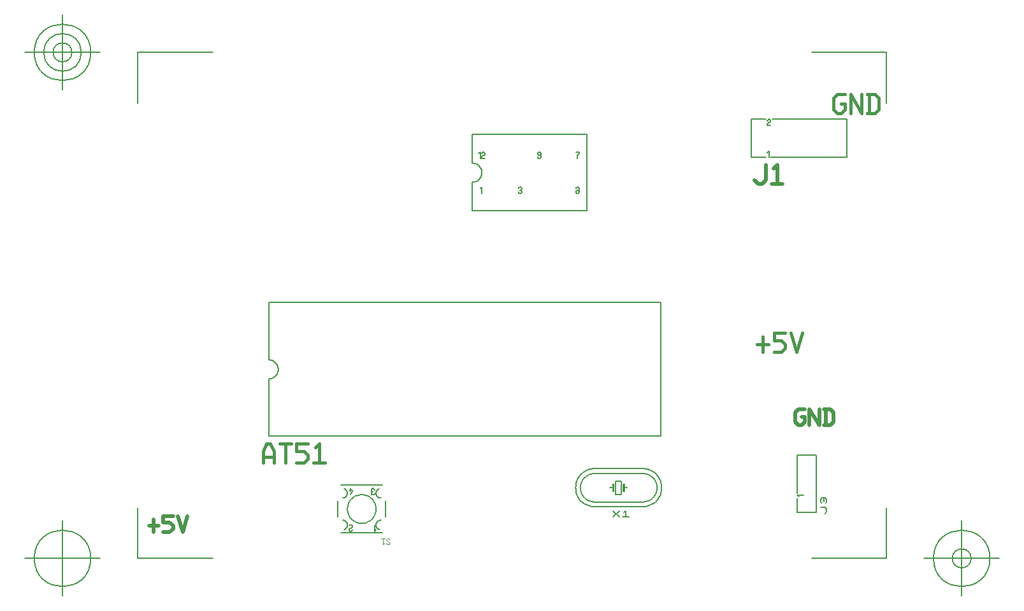
<source format=gbr>
G04 Generated by Ultiboard 14.0 *
%FSLAX34Y34*%
%MOMM*%

%ADD10C,0.0001*%
%ADD11C,0.2032*%
%ADD12C,0.5000*%
%ADD13C,0.1176*%
%ADD14C,0.3889*%
%ADD15C,0.1270*%


G04 ColorRGB FFFF00 for the following layer *
%LNSilkscreen Top*%
%LPD*%
G54D10*
G54D11*
X580531Y126244D02*
X588998Y118685D01*
X580531Y118685D02*
X588998Y126244D01*
X594642Y124732D02*
X597464Y126244D01*
X597464Y118685D01*
X593231Y118685D02*
X601698Y118685D01*
X556472Y132080D02*
X619972Y132080D01*
X556472Y138430D02*
X619972Y138430D01*
X556472Y176530D02*
X619972Y176530D01*
X556472Y182880D02*
X619972Y182880D01*
X584412Y148590D02*
X592032Y148590D01*
X592032Y166370D02*
X584412Y166370D01*
X556472Y182880D02*
X554258Y182783D01*
X552061Y182494D01*
X549898Y182015D01*
X547785Y181348D01*
X545738Y180500D01*
X543772Y179477D01*
X541903Y178286D01*
X540145Y176938D01*
X538511Y175441D01*
X537014Y173807D01*
X535666Y172049D01*
X534475Y170180D01*
X533452Y168215D01*
X532604Y166167D01*
X531937Y164054D01*
X531458Y161891D01*
X531169Y159694D01*
X531072Y157480D01*
X531169Y155266D01*
X531458Y153069D01*
X531937Y150906D01*
X532604Y148793D01*
X533452Y146746D01*
X534475Y144780D01*
X535666Y142911D01*
X537014Y141153D01*
X538511Y139519D01*
X540145Y138022D01*
X541903Y136674D01*
X543772Y135483D01*
X545737Y134460D01*
X547785Y133612D01*
X549898Y132945D01*
X552061Y132466D01*
X554258Y132177D01*
X556472Y132080D01*
X556472Y132080D01*
X556472Y176530D02*
X554812Y176458D01*
X553164Y176241D01*
X551542Y175881D01*
X549957Y175381D01*
X548421Y174745D01*
X546947Y173978D01*
X545545Y173085D01*
X544227Y172073D01*
X543002Y170950D01*
X541879Y169725D01*
X540867Y168407D01*
X539974Y167005D01*
X539207Y165531D01*
X538571Y163995D01*
X538071Y162411D01*
X537711Y160788D01*
X537494Y159140D01*
X537422Y157480D01*
X537494Y155820D01*
X537711Y154172D01*
X538071Y152550D01*
X538571Y150965D01*
X539207Y149429D01*
X539974Y147955D01*
X540867Y146553D01*
X541879Y145235D01*
X543002Y144010D01*
X544227Y142887D01*
X545545Y141875D01*
X546947Y140982D01*
X548421Y140215D01*
X549957Y139579D01*
X551541Y139079D01*
X553164Y138719D01*
X554812Y138502D01*
X556472Y138430D01*
X556472Y138430D01*
X584412Y166370D02*
X584412Y148590D01*
X581872Y152400D02*
X581872Y162560D01*
X580602Y162560D02*
X580602Y152400D01*
X580602Y157480D02*
X576792Y157480D01*
X619972Y132080D02*
X622186Y132177D01*
X624383Y132466D01*
X626546Y132945D01*
X628659Y133612D01*
X630707Y134460D01*
X632672Y135483D01*
X634541Y136674D01*
X636299Y138022D01*
X637933Y139519D01*
X639430Y141153D01*
X640778Y142911D01*
X641969Y144780D01*
X642992Y146745D01*
X643840Y148793D01*
X644507Y150906D01*
X644986Y153069D01*
X645275Y155266D01*
X645372Y157480D01*
X645275Y159694D01*
X644986Y161891D01*
X644507Y164054D01*
X643840Y166167D01*
X642992Y168215D01*
X641969Y170180D01*
X640778Y172049D01*
X639430Y173807D01*
X637933Y175441D01*
X636299Y176938D01*
X634541Y178286D01*
X632672Y179477D01*
X630707Y180500D01*
X628659Y181348D01*
X626546Y182015D01*
X624383Y182494D01*
X622186Y182783D01*
X619972Y182880D01*
X619972Y138430D02*
X621632Y138502D01*
X623280Y138719D01*
X624903Y139079D01*
X626487Y139579D01*
X628023Y140215D01*
X629497Y140982D01*
X630899Y141875D01*
X632217Y142887D01*
X633442Y144010D01*
X634565Y145235D01*
X635577Y146553D01*
X636470Y147955D01*
X637237Y149429D01*
X637873Y150965D01*
X638373Y152549D01*
X638733Y154172D01*
X638950Y155820D01*
X639022Y157480D01*
X638950Y159140D01*
X638733Y160788D01*
X638373Y162411D01*
X637873Y163995D01*
X637237Y165531D01*
X636470Y167005D01*
X635577Y168407D01*
X634565Y169725D01*
X633442Y170950D01*
X632217Y172073D01*
X630899Y173085D01*
X629497Y173978D01*
X628023Y174745D01*
X626487Y175381D01*
X624903Y175881D01*
X623280Y176241D01*
X621632Y176458D01*
X619972Y176530D01*
X592032Y166370D02*
X592032Y148590D01*
X594572Y162560D02*
X594572Y152400D01*
X595842Y162560D02*
X595842Y152400D01*
X595842Y157480D02*
X599652Y157480D01*
X393700Y525780D02*
X546100Y525780D01*
X546100Y627380D02*
X393700Y627380D01*
X393700Y563880D02*
X393700Y525780D01*
X406400Y549063D02*
X406400Y557530D01*
X404283Y555413D01*
X393700Y627380D02*
X393700Y589280D01*
X404283Y595630D02*
X404283Y604097D01*
X402167Y601980D01*
X410633Y595630D02*
X406400Y595630D01*
X406400Y597747D01*
X535517Y555413D02*
X535517Y551180D01*
X484717Y597747D02*
X484717Y601980D01*
X535517Y601980D02*
X533400Y599863D01*
X535517Y604097D02*
X535517Y601980D01*
X533400Y599863D02*
X533400Y595630D01*
X531283Y604097D02*
X535517Y604097D01*
X546100Y525780D02*
X546100Y627380D01*
X457200Y553296D02*
X457384Y553304D01*
X457568Y553328D01*
X457748Y553368D01*
X457924Y553424D01*
X458095Y553495D01*
X458258Y553580D01*
X458414Y553679D01*
X458561Y553792D01*
X458697Y553916D01*
X458821Y554052D01*
X458934Y554199D01*
X459033Y554355D01*
X459118Y554518D01*
X459189Y554689D01*
X459245Y554865D01*
X459285Y555045D01*
X459309Y555229D01*
X459317Y555413D01*
X459309Y555597D01*
X459285Y555781D01*
X459245Y555961D01*
X459189Y556137D01*
X459118Y556308D01*
X459033Y556471D01*
X458934Y556627D01*
X458821Y556774D01*
X458697Y556910D01*
X458561Y557034D01*
X458414Y557147D01*
X458258Y557246D01*
X458095Y557331D01*
X457924Y557402D01*
X457748Y557458D01*
X457568Y557498D01*
X457384Y557522D01*
X457200Y557530D01*
X457016Y557522D01*
X456832Y557498D01*
X456652Y557458D01*
X456476Y557402D01*
X456305Y557331D01*
X456142Y557246D01*
X455986Y557147D01*
X455839Y557034D01*
X455703Y556910D01*
X455579Y556774D01*
X455466Y556627D01*
X455367Y556471D01*
X455282Y556308D01*
X455211Y556137D01*
X455155Y555961D01*
X455115Y555781D01*
X455091Y555597D01*
X455083Y555413D01*
X455083Y551180D02*
X455091Y550996D01*
X455115Y550812D01*
X455155Y550632D01*
X455211Y550456D01*
X455282Y550285D01*
X455367Y550122D01*
X455466Y549966D01*
X455579Y549819D01*
X455703Y549683D01*
X455839Y549559D01*
X455986Y549446D01*
X456142Y549347D01*
X456305Y549262D01*
X456476Y549191D01*
X456652Y549135D01*
X456832Y549095D01*
X457016Y549071D01*
X457200Y549063D01*
X457384Y549071D01*
X457568Y549095D01*
X457748Y549135D01*
X457924Y549191D01*
X458095Y549262D01*
X458258Y549347D01*
X458414Y549446D01*
X458561Y549559D01*
X458697Y549683D01*
X458821Y549819D01*
X458934Y549966D01*
X459033Y550122D01*
X459118Y550285D01*
X459189Y550456D01*
X459245Y550632D01*
X459285Y550812D01*
X459309Y550996D01*
X459317Y551180D01*
X459309Y551364D01*
X459285Y551548D01*
X459245Y551728D01*
X459189Y551904D01*
X459118Y552075D01*
X459033Y552238D01*
X458934Y552394D01*
X458821Y552541D01*
X458697Y552677D01*
X458561Y552801D01*
X458414Y552914D01*
X458258Y553013D01*
X458095Y553098D01*
X457924Y553169D01*
X457748Y553225D01*
X457568Y553265D01*
X457384Y553289D01*
X457200Y553297D01*
X408517Y599863D02*
X408701Y599871D01*
X408885Y599895D01*
X409065Y599935D01*
X409241Y599991D01*
X409412Y600062D01*
X409575Y600147D01*
X409731Y600246D01*
X409878Y600359D01*
X410014Y600483D01*
X410138Y600619D01*
X410251Y600766D01*
X410350Y600922D01*
X410435Y601085D01*
X410506Y601256D01*
X410562Y601432D01*
X410602Y601612D01*
X410626Y601796D01*
X410634Y601980D01*
X410626Y602164D01*
X410602Y602348D01*
X410562Y602528D01*
X410506Y602704D01*
X410435Y602875D01*
X410350Y603038D01*
X410251Y603194D01*
X410138Y603341D01*
X410014Y603477D01*
X409878Y603601D01*
X409731Y603714D01*
X409575Y603813D01*
X409412Y603898D01*
X409241Y603969D01*
X409065Y604025D01*
X408885Y604065D01*
X408701Y604089D01*
X408517Y604097D01*
X408333Y604089D01*
X408149Y604065D01*
X407969Y604025D01*
X407793Y603969D01*
X407622Y603898D01*
X407459Y603813D01*
X407303Y603714D01*
X407156Y603601D01*
X407020Y603477D01*
X406896Y603341D01*
X406783Y603194D01*
X406684Y603038D01*
X406599Y602875D01*
X406528Y602704D01*
X406472Y602528D01*
X406432Y602348D01*
X406408Y602164D01*
X406400Y601980D01*
X408517Y599864D02*
X408333Y599856D01*
X408149Y599832D01*
X407969Y599792D01*
X407793Y599736D01*
X407622Y599665D01*
X407459Y599580D01*
X407303Y599481D01*
X407156Y599368D01*
X407020Y599244D01*
X406896Y599108D01*
X406783Y598961D01*
X406684Y598805D01*
X406599Y598642D01*
X406528Y598471D01*
X406472Y598295D01*
X406432Y598115D01*
X406408Y597931D01*
X406400Y597747D01*
X535517Y555413D02*
X535509Y555597D01*
X535485Y555781D01*
X535445Y555961D01*
X535389Y556137D01*
X535318Y556308D01*
X535233Y556471D01*
X535134Y556627D01*
X535021Y556774D01*
X534897Y556910D01*
X534761Y557034D01*
X534614Y557147D01*
X534458Y557246D01*
X534295Y557331D01*
X534124Y557402D01*
X533948Y557458D01*
X533768Y557498D01*
X533584Y557522D01*
X533400Y557530D01*
X533216Y557522D01*
X533032Y557498D01*
X532852Y557458D01*
X532676Y557402D01*
X532505Y557331D01*
X532342Y557246D01*
X532186Y557147D01*
X532039Y557034D01*
X531903Y556910D01*
X531779Y556774D01*
X531666Y556627D01*
X531567Y556471D01*
X531482Y556308D01*
X531411Y556137D01*
X531355Y555961D01*
X531315Y555781D01*
X531291Y555597D01*
X531283Y555413D01*
X535517Y551180D02*
X535509Y551364D01*
X535485Y551548D01*
X535445Y551728D01*
X535389Y551904D01*
X535318Y552075D01*
X535233Y552238D01*
X535134Y552394D01*
X535021Y552541D01*
X534897Y552677D01*
X534761Y552801D01*
X534614Y552914D01*
X534458Y553013D01*
X534295Y553098D01*
X534124Y553169D01*
X533948Y553225D01*
X533768Y553265D01*
X533584Y553289D01*
X533400Y553297D01*
X533216Y553289D01*
X533032Y553265D01*
X532852Y553225D01*
X532676Y553169D01*
X532505Y553098D01*
X532342Y553013D01*
X532186Y552914D01*
X532039Y552801D01*
X531903Y552677D01*
X531779Y552541D01*
X531666Y552394D01*
X531567Y552238D01*
X531482Y552075D01*
X531411Y551904D01*
X531355Y551728D01*
X531315Y551548D01*
X531291Y551364D01*
X531283Y551180D01*
X531291Y550996D01*
X531315Y550812D01*
X531355Y550632D01*
X531411Y550456D01*
X531482Y550285D01*
X531567Y550122D01*
X531666Y549966D01*
X531779Y549819D01*
X531903Y549683D01*
X532039Y549559D01*
X532186Y549446D01*
X532342Y549347D01*
X532505Y549262D01*
X532676Y549191D01*
X532852Y549135D01*
X533032Y549095D01*
X533216Y549071D01*
X533400Y549063D01*
X533584Y549071D01*
X533768Y549095D01*
X533948Y549135D01*
X534124Y549191D01*
X534295Y549262D01*
X534458Y549347D01*
X534614Y549446D01*
X534761Y549559D01*
X534897Y549683D01*
X535021Y549819D01*
X535134Y549966D01*
X535233Y550122D01*
X535318Y550285D01*
X535389Y550456D01*
X535445Y550632D01*
X535485Y550812D01*
X535509Y550996D01*
X535517Y551180D01*
X484717Y601980D02*
X484709Y602164D01*
X484685Y602348D01*
X484645Y602528D01*
X484589Y602704D01*
X484518Y602875D01*
X484433Y603038D01*
X484334Y603194D01*
X484221Y603341D01*
X484097Y603477D01*
X483961Y603601D01*
X483814Y603714D01*
X483658Y603813D01*
X483495Y603898D01*
X483324Y603969D01*
X483148Y604025D01*
X482968Y604065D01*
X482784Y604089D01*
X482600Y604097D01*
X482416Y604089D01*
X482232Y604065D01*
X482052Y604025D01*
X481876Y603969D01*
X481705Y603898D01*
X481542Y603813D01*
X481386Y603714D01*
X481239Y603601D01*
X481103Y603477D01*
X480979Y603341D01*
X480866Y603194D01*
X480767Y603038D01*
X480682Y602875D01*
X480611Y602704D01*
X480555Y602528D01*
X480515Y602348D01*
X480491Y602164D01*
X480483Y601980D01*
X480491Y601796D01*
X480515Y601612D01*
X480555Y601432D01*
X480611Y601256D01*
X480682Y601085D01*
X480767Y600922D01*
X480866Y600766D01*
X480979Y600619D01*
X481103Y600483D01*
X481239Y600359D01*
X481386Y600246D01*
X481542Y600147D01*
X481705Y600062D01*
X481876Y599991D01*
X482052Y599935D01*
X482232Y599895D01*
X482416Y599871D01*
X482600Y599863D01*
X482784Y599871D01*
X482968Y599895D01*
X483148Y599935D01*
X483324Y599991D01*
X483495Y600062D01*
X483658Y600147D01*
X483814Y600246D01*
X483961Y600359D01*
X484097Y600483D01*
X484221Y600619D01*
X484334Y600766D01*
X484433Y600922D01*
X484518Y601085D01*
X484589Y601256D01*
X484645Y601432D01*
X484685Y601612D01*
X484709Y601796D01*
X484717Y601980D01*
X480483Y597747D02*
X480491Y597563D01*
X480515Y597379D01*
X480555Y597199D01*
X480611Y597023D01*
X480682Y596852D01*
X480767Y596689D01*
X480866Y596533D01*
X480979Y596386D01*
X481103Y596250D01*
X481239Y596126D01*
X481386Y596013D01*
X481542Y595914D01*
X481705Y595829D01*
X481876Y595758D01*
X482052Y595702D01*
X482232Y595662D01*
X482416Y595638D01*
X482600Y595630D01*
X482784Y595638D01*
X482968Y595662D01*
X483148Y595702D01*
X483324Y595758D01*
X483495Y595829D01*
X483658Y595914D01*
X483814Y596013D01*
X483961Y596126D01*
X484097Y596250D01*
X484221Y596386D01*
X484334Y596533D01*
X484433Y596689D01*
X484518Y596852D01*
X484589Y597023D01*
X484645Y597199D01*
X484685Y597379D01*
X484709Y597563D01*
X484717Y597747D01*
X393700Y563880D02*
X394807Y563928D01*
X395905Y564073D01*
X396987Y564313D01*
X398044Y564646D01*
X399067Y565070D01*
X400050Y565581D01*
X400984Y566177D01*
X401863Y566851D01*
X402680Y567600D01*
X403429Y568417D01*
X404103Y569296D01*
X404699Y570230D01*
X405210Y571213D01*
X405634Y572236D01*
X405967Y573293D01*
X406207Y574375D01*
X406352Y575473D01*
X406400Y576580D01*
X406352Y577687D01*
X406207Y578785D01*
X405967Y579867D01*
X405634Y580924D01*
X405210Y581947D01*
X404699Y582930D01*
X404103Y583864D01*
X403429Y584743D01*
X402680Y585560D01*
X401863Y586309D01*
X400984Y586983D01*
X400050Y587579D01*
X399067Y588090D01*
X398044Y588514D01*
X396987Y588847D01*
X395905Y589087D01*
X394807Y589232D01*
X393700Y589280D01*
X862784Y123331D02*
X864295Y126153D01*
X864295Y128976D01*
X862784Y131798D01*
X856736Y131798D01*
X857492Y137442D02*
X856736Y138853D01*
X856736Y141676D01*
X858248Y144498D01*
X859760Y144498D01*
X860516Y143087D01*
X861272Y144498D01*
X862784Y144498D01*
X864295Y141676D01*
X864295Y138853D01*
X863540Y137442D01*
X860516Y138853D02*
X860516Y143087D01*
X825500Y124460D02*
X850900Y124460D01*
X825500Y200660D02*
X850900Y200660D01*
X825500Y200660D02*
X825500Y149860D01*
X825500Y143510D02*
X825500Y124460D01*
X825500Y147743D02*
X833967Y147743D01*
X827617Y145627D02*
X825500Y147743D01*
X850900Y200660D02*
X850900Y124460D01*
X215053Y118533D02*
X215053Y139700D01*
X227753Y129117D02*
X227826Y127457D01*
X228042Y125809D01*
X228402Y124186D01*
X228902Y122602D01*
X229538Y121066D01*
X230305Y119592D01*
X231198Y118190D01*
X232210Y116872D01*
X233333Y115647D01*
X234558Y114524D01*
X235876Y113512D01*
X237278Y112619D01*
X238752Y111852D01*
X240288Y111216D01*
X241873Y110716D01*
X243495Y110356D01*
X245143Y110140D01*
X246803Y110067D01*
X248463Y110140D01*
X250111Y110356D01*
X251734Y110716D01*
X253318Y111216D01*
X254854Y111852D01*
X256328Y112619D01*
X257730Y113512D01*
X259048Y114524D01*
X260273Y115647D01*
X261396Y116872D01*
X262408Y118190D01*
X263301Y119592D01*
X264068Y121066D01*
X264704Y122602D01*
X265204Y124187D01*
X265564Y125809D01*
X265780Y127457D01*
X265853Y129117D01*
X265780Y130777D01*
X265564Y132425D01*
X265204Y134048D01*
X264704Y135632D01*
X264068Y137168D01*
X263301Y138642D01*
X262408Y140044D01*
X261396Y141362D01*
X260273Y142587D01*
X259048Y143710D01*
X257730Y144722D01*
X256328Y145615D01*
X254854Y146382D01*
X253318Y147018D01*
X251733Y147518D01*
X250111Y147878D01*
X248463Y148094D01*
X246803Y148167D01*
X245143Y148094D01*
X243495Y147878D01*
X241872Y147518D01*
X240288Y147018D01*
X238752Y146382D01*
X237278Y145615D01*
X235876Y144722D01*
X234558Y143710D01*
X233333Y142587D01*
X232210Y141362D01*
X231198Y140044D01*
X230305Y138642D01*
X229538Y137168D01*
X228902Y135632D01*
X228402Y134047D01*
X228042Y132425D01*
X227826Y130777D01*
X227753Y129117D01*
X278553Y118533D02*
X278553Y139700D01*
X274320Y160867D02*
X219287Y160867D01*
X261620Y152400D02*
X261436Y152392D01*
X261252Y152368D01*
X261072Y152328D01*
X260896Y152272D01*
X260725Y152201D01*
X260562Y152116D01*
X260406Y152017D01*
X260259Y151904D01*
X260123Y151780D01*
X259999Y151644D01*
X259886Y151497D01*
X259787Y151341D01*
X259702Y151178D01*
X259631Y151007D01*
X259575Y150831D01*
X259535Y150651D01*
X259511Y150467D01*
X259503Y150283D01*
X259511Y150099D01*
X259535Y149915D01*
X259575Y149735D01*
X259631Y149559D01*
X259702Y149388D01*
X259787Y149225D01*
X259886Y149069D01*
X259999Y148922D01*
X260123Y148786D01*
X260259Y148662D01*
X260406Y148549D01*
X260562Y148450D01*
X260725Y148365D01*
X260896Y148294D01*
X261072Y148238D01*
X261252Y148198D01*
X261436Y148174D01*
X261620Y148166D01*
X261804Y148174D01*
X261988Y148198D01*
X262168Y148238D01*
X262344Y148294D01*
X262515Y148365D01*
X262678Y148450D01*
X262834Y148549D01*
X262981Y148662D01*
X263117Y148786D01*
X263241Y148922D01*
X263354Y149069D01*
X263453Y149225D01*
X263538Y149388D01*
X263609Y149559D01*
X263665Y149735D01*
X263705Y149915D01*
X263729Y150099D01*
X263737Y150283D01*
X263737Y154517D02*
X263729Y154701D01*
X263705Y154885D01*
X263665Y155065D01*
X263609Y155241D01*
X263538Y155412D01*
X263453Y155575D01*
X263354Y155731D01*
X263241Y155878D01*
X263117Y156014D01*
X262981Y156138D01*
X262834Y156251D01*
X262678Y156350D01*
X262515Y156435D01*
X262344Y156506D01*
X262168Y156562D01*
X261988Y156602D01*
X261804Y156626D01*
X261620Y156634D01*
X261436Y156626D01*
X261252Y156602D01*
X261072Y156562D01*
X260896Y156506D01*
X260725Y156435D01*
X260562Y156350D01*
X260406Y156251D01*
X260259Y156138D01*
X260123Y156014D01*
X259999Y155878D01*
X259886Y155731D01*
X259787Y155575D01*
X259702Y155412D01*
X259631Y155241D01*
X259575Y155065D01*
X259535Y154885D01*
X259511Y154701D01*
X259503Y154517D01*
X259511Y154333D01*
X259535Y154149D01*
X259575Y153969D01*
X259631Y153793D01*
X259702Y153622D01*
X259787Y153459D01*
X259886Y153303D01*
X259999Y153156D01*
X260123Y153020D01*
X260259Y152896D01*
X260406Y152783D01*
X260562Y152684D01*
X260725Y152599D01*
X260896Y152528D01*
X261072Y152472D01*
X261252Y152432D01*
X261436Y152408D01*
X261620Y152400D01*
X261620Y152400D01*
X270136Y156287D02*
X269620Y156084D01*
X269124Y155837D01*
X268652Y155547D01*
X268207Y155218D01*
X267792Y154851D01*
X267411Y154449D01*
X267066Y154015D01*
X266760Y153553D01*
X266496Y153067D01*
X266275Y152559D01*
X266099Y152033D01*
X265970Y151495D01*
X265888Y150947D01*
X265854Y150394D01*
X265868Y149840D01*
X265931Y149290D01*
X266042Y148747D01*
X266199Y148216D01*
X266402Y147700D01*
X266649Y147204D01*
X266939Y146732D01*
X267268Y146287D01*
X267635Y145872D01*
X268037Y145491D01*
X268471Y145146D01*
X268933Y144840D01*
X269419Y144576D01*
X269927Y144355D01*
X270453Y144179D01*
X270991Y144050D01*
X271539Y143968D01*
X272092Y143934D01*
X272203Y143933D01*
X221403Y143933D02*
X221956Y143957D01*
X222506Y144029D01*
X223047Y144149D01*
X223575Y144316D01*
X224087Y144528D01*
X224578Y144784D01*
X225045Y145081D01*
X225485Y145419D01*
X225893Y145793D01*
X226267Y146201D01*
X226605Y146641D01*
X226902Y147108D01*
X227158Y147599D01*
X227370Y148111D01*
X227537Y148639D01*
X227657Y149180D01*
X227729Y149730D01*
X227753Y150283D01*
X227729Y150836D01*
X227657Y151386D01*
X227537Y151927D01*
X227370Y152455D01*
X227158Y152967D01*
X226902Y153458D01*
X226605Y153925D01*
X226267Y154365D01*
X225893Y154773D01*
X225485Y155147D01*
X225045Y155485D01*
X224578Y155782D01*
X224087Y156038D01*
X223575Y156250D01*
X223470Y156287D01*
X234103Y152400D02*
X231987Y148167D01*
X229870Y154517D02*
X234103Y154517D01*
X231987Y156633D02*
X231987Y152400D01*
X234103Y154517D02*
X234103Y152400D01*
X274320Y97367D02*
X219287Y97367D01*
X265853Y101600D02*
X263737Y99483D01*
X263737Y107950D01*
X272203Y114300D02*
X271650Y114276D01*
X271100Y114204D01*
X270559Y114084D01*
X270031Y113917D01*
X269519Y113705D01*
X269028Y113449D01*
X268561Y113152D01*
X268121Y112814D01*
X267713Y112440D01*
X267339Y112032D01*
X267001Y111592D01*
X266704Y111125D01*
X266448Y110634D01*
X266236Y110122D01*
X266069Y109594D01*
X265949Y109053D01*
X265877Y108503D01*
X265853Y107950D01*
X265877Y107397D01*
X265949Y106847D01*
X266069Y106306D01*
X266236Y105778D01*
X266448Y105266D01*
X266704Y104775D01*
X267001Y104308D01*
X267339Y103868D01*
X267713Y103460D01*
X268121Y103086D01*
X268561Y102748D01*
X269028Y102451D01*
X269519Y102195D01*
X270031Y101983D01*
X270136Y101946D01*
X223365Y101911D02*
X223884Y102105D01*
X224384Y102343D01*
X224861Y102624D01*
X225312Y102946D01*
X225734Y103306D01*
X226122Y103701D01*
X226474Y104128D01*
X226788Y104585D01*
X227061Y105067D01*
X227291Y105571D01*
X227476Y106093D01*
X227614Y106630D01*
X227706Y107176D01*
X227749Y107728D01*
X227744Y108282D01*
X227691Y108834D01*
X227590Y109378D01*
X227442Y109912D01*
X227248Y110431D01*
X227010Y110931D01*
X226729Y111408D01*
X226407Y111859D01*
X226047Y112281D01*
X225652Y112669D01*
X225225Y113021D01*
X224768Y113335D01*
X224286Y113608D01*
X223782Y113838D01*
X223260Y114023D01*
X222723Y114161D01*
X222177Y114253D01*
X221625Y114296D01*
X221403Y114300D01*
X231987Y103716D02*
X232171Y103724D01*
X232355Y103748D01*
X232535Y103788D01*
X232711Y103844D01*
X232882Y103915D01*
X233045Y104000D01*
X233201Y104099D01*
X233348Y104212D01*
X233484Y104336D01*
X233608Y104472D01*
X233721Y104619D01*
X233820Y104775D01*
X233905Y104938D01*
X233976Y105109D01*
X234032Y105285D01*
X234072Y105465D01*
X234096Y105649D01*
X234104Y105833D01*
X231987Y103717D02*
X231803Y103709D01*
X231619Y103685D01*
X231439Y103645D01*
X231263Y103589D01*
X231092Y103518D01*
X230929Y103433D01*
X230773Y103334D01*
X230626Y103221D01*
X230490Y103097D01*
X230366Y102961D01*
X230253Y102814D01*
X230154Y102658D01*
X230069Y102495D01*
X229998Y102324D01*
X229942Y102148D01*
X229902Y101968D01*
X229878Y101784D01*
X229870Y101600D01*
X229878Y101416D01*
X229902Y101232D01*
X229942Y101052D01*
X229998Y100876D01*
X230069Y100705D01*
X230154Y100542D01*
X230253Y100386D01*
X230366Y100239D01*
X230490Y100103D01*
X230626Y99979D01*
X230773Y99866D01*
X230929Y99767D01*
X231092Y99682D01*
X231263Y99611D01*
X231439Y99555D01*
X231619Y99515D01*
X231803Y99491D01*
X231987Y99483D01*
X232171Y99491D01*
X232355Y99515D01*
X232535Y99555D01*
X232711Y99611D01*
X232882Y99682D01*
X233045Y99767D01*
X233201Y99866D01*
X233348Y99979D01*
X233484Y100103D01*
X233608Y100239D01*
X233721Y100386D01*
X233820Y100542D01*
X233905Y100705D01*
X233976Y100876D01*
X234032Y101052D01*
X234072Y101232D01*
X234096Y101416D01*
X234104Y101600D01*
X234104Y101600D01*
X234103Y107950D02*
X229870Y107950D01*
X234103Y105833D02*
X234103Y107950D01*
X891540Y596900D02*
X789940Y596900D01*
X891540Y647700D02*
X792057Y647700D01*
X787823Y643466D02*
X788007Y643474D01*
X788191Y643498D01*
X788371Y643538D01*
X788547Y643594D01*
X788718Y643665D01*
X788881Y643750D01*
X789037Y643849D01*
X789184Y643962D01*
X789320Y644086D01*
X789444Y644222D01*
X789557Y644369D01*
X789656Y644525D01*
X789741Y644688D01*
X789812Y644859D01*
X789868Y645035D01*
X789908Y645215D01*
X789932Y645399D01*
X789940Y645583D01*
X789932Y645767D01*
X789908Y645951D01*
X789868Y646131D01*
X789812Y646307D01*
X789741Y646478D01*
X789656Y646641D01*
X789557Y646797D01*
X789444Y646944D01*
X789320Y647080D01*
X789184Y647204D01*
X789037Y647317D01*
X788881Y647416D01*
X788718Y647501D01*
X788547Y647572D01*
X788371Y647628D01*
X788191Y647668D01*
X788007Y647692D01*
X787823Y647700D01*
X787639Y647692D01*
X787455Y647668D01*
X787275Y647628D01*
X787099Y647572D01*
X786928Y647501D01*
X786765Y647416D01*
X786609Y647317D01*
X786462Y647204D01*
X786326Y647080D01*
X786202Y646944D01*
X786089Y646797D01*
X785990Y646641D01*
X785905Y646478D01*
X785834Y646307D01*
X785778Y646131D01*
X785738Y645951D01*
X785714Y645767D01*
X785706Y645583D01*
X789940Y639233D02*
X785707Y639233D01*
X764540Y596900D02*
X764540Y647700D01*
X787823Y605367D02*
X787823Y596900D01*
X785707Y603250D02*
X787823Y605367D01*
X783590Y596900D02*
X764540Y596900D01*
X764540Y647700D02*
X783590Y647700D01*
X787823Y643467D02*
X787639Y643459D01*
X787455Y643435D01*
X787275Y643395D01*
X787099Y643339D01*
X786928Y643268D01*
X786765Y643183D01*
X786609Y643084D01*
X786462Y642971D01*
X786326Y642847D01*
X786202Y642711D01*
X786089Y642564D01*
X785990Y642408D01*
X785905Y642245D01*
X785834Y642074D01*
X785778Y641898D01*
X785738Y641718D01*
X785714Y641534D01*
X785706Y641350D01*
X785707Y639233D02*
X785707Y641350D01*
X891540Y647700D02*
X891540Y596900D01*
X123190Y226060D02*
X643890Y226060D01*
X123190Y403860D02*
X643890Y403860D01*
X123190Y302260D02*
X124297Y302308D01*
X125395Y302453D01*
X126477Y302693D01*
X127534Y303026D01*
X128557Y303450D01*
X129540Y303961D01*
X130474Y304557D01*
X131353Y305231D01*
X132170Y305980D01*
X132919Y306797D01*
X133593Y307676D01*
X134189Y308610D01*
X134700Y309593D01*
X135124Y310616D01*
X135457Y311673D01*
X135697Y312755D01*
X135842Y313853D01*
X135890Y314960D01*
X135842Y316067D01*
X135697Y317165D01*
X135457Y318247D01*
X135124Y319304D01*
X134700Y320327D01*
X134189Y321310D01*
X133593Y322244D01*
X132919Y323123D01*
X132170Y323940D01*
X131353Y324689D01*
X130474Y325363D01*
X129540Y325959D01*
X128557Y326470D01*
X127534Y326894D01*
X126477Y327227D01*
X125395Y327467D01*
X124297Y327612D01*
X123190Y327660D01*
X123190Y302260D02*
X123190Y226060D01*
X123190Y327660D02*
X123190Y403860D01*
X643890Y226060D02*
X643890Y403860D01*
G54D12*
X831087Y251303D02*
X835353Y251303D01*
X835353Y244874D01*
X831087Y240589D01*
X826820Y240589D01*
X822553Y244874D01*
X822553Y257731D01*
X826820Y262017D01*
X835353Y262017D01*
X841753Y240589D02*
X841753Y262017D01*
X854553Y240589D01*
X854553Y262017D01*
X860953Y240589D02*
X869487Y240589D01*
X873753Y244874D01*
X873753Y257731D01*
X869487Y262017D01*
X860953Y262017D01*
X863087Y262017D02*
X863087Y240589D01*
X-35967Y106920D02*
X-23167Y106920D01*
X-29567Y115491D02*
X-29567Y98349D01*
X-3967Y119777D02*
X-16767Y119777D01*
X-16767Y111206D01*
X-8233Y111206D01*
X-3967Y106920D01*
X-3967Y102634D01*
X-8233Y98349D01*
X-16767Y98349D01*
X2433Y119777D02*
X8833Y98349D01*
X15233Y119777D01*
X768909Y566740D02*
X773887Y561740D01*
X778864Y561740D01*
X783842Y566740D01*
X783842Y586740D01*
X793798Y581740D02*
X798776Y586740D01*
X798776Y561740D01*
X791309Y561740D02*
X806242Y561740D01*
G54D13*
X284151Y88084D02*
X282645Y89595D01*
X281140Y89595D01*
X279635Y88084D01*
X284151Y83548D01*
X282645Y82036D01*
X281140Y82036D01*
X279635Y83548D01*
X276625Y83548D02*
X275120Y82036D01*
X275120Y89595D01*
X277377Y89595D02*
X272862Y89595D01*
G54D14*
X772109Y348260D02*
X787042Y348260D01*
X779576Y358260D02*
X779576Y338260D01*
X809442Y363260D02*
X794509Y363260D01*
X794509Y353260D01*
X804464Y353260D01*
X809442Y348260D01*
X809442Y343260D01*
X804464Y338260D01*
X794509Y338260D01*
X816909Y363260D02*
X824376Y338260D01*
X831842Y363260D01*
X883664Y668260D02*
X888642Y668260D01*
X888642Y660760D01*
X883664Y655760D01*
X878687Y655760D01*
X873709Y660760D01*
X873709Y675760D01*
X878687Y680760D01*
X888642Y680760D01*
X896109Y655760D02*
X896109Y680760D01*
X911042Y655760D01*
X911042Y680760D01*
X918509Y655760D02*
X928464Y655760D01*
X933442Y660760D01*
X933442Y675760D01*
X928464Y680760D01*
X918509Y680760D01*
X920998Y680760D02*
X920998Y655760D01*
X115469Y190900D02*
X115469Y205900D01*
X120447Y215900D01*
X125424Y215900D01*
X130402Y205900D01*
X130402Y190900D01*
X115469Y198400D02*
X130402Y198400D01*
X145336Y190900D02*
X145336Y215900D01*
X137869Y215900D02*
X152802Y215900D01*
X175202Y215900D02*
X160269Y215900D01*
X160269Y205900D01*
X170224Y205900D01*
X175202Y200900D01*
X175202Y195900D01*
X170224Y190900D01*
X160269Y190900D01*
X185158Y210900D02*
X190136Y215900D01*
X190136Y190900D01*
X182669Y190900D02*
X197602Y190900D01*
G54D15*
X-50800Y63480D02*
X-50800Y130792D01*
X-50800Y63480D02*
X48676Y63480D01*
X943963Y63480D02*
X844487Y63480D01*
X943963Y63480D02*
X943963Y130792D01*
X943963Y736600D02*
X943963Y669288D01*
X943963Y736600D02*
X844487Y736600D01*
X-50800Y736600D02*
X48676Y736600D01*
X-50800Y736600D02*
X-50800Y669288D01*
X-100800Y63480D02*
X-200800Y63480D01*
X-150800Y13480D02*
X-150800Y113480D01*
X-188300Y63480D02*
G75*
D01*
G02X-188300Y63480I37500J0*
G01*
X993963Y63480D02*
X1093963Y63480D01*
X1043963Y13480D02*
X1043963Y113480D01*
X1006463Y63480D02*
G75*
D01*
G02X1006463Y63480I37500J0*
G01*
X1031463Y63480D02*
G75*
D01*
G02X1031463Y63480I12500J0*
G01*
X-100800Y736600D02*
X-200800Y736600D01*
X-150800Y686600D02*
X-150800Y786600D01*
X-188300Y736600D02*
G75*
D01*
G02X-188300Y736600I37500J0*
G01*
X-175800Y736600D02*
G75*
D01*
G02X-175800Y736600I25000J0*
G01*
X-163300Y736600D02*
G75*
D01*
G02X-163300Y736600I12500J0*
G01*

M02*

</source>
